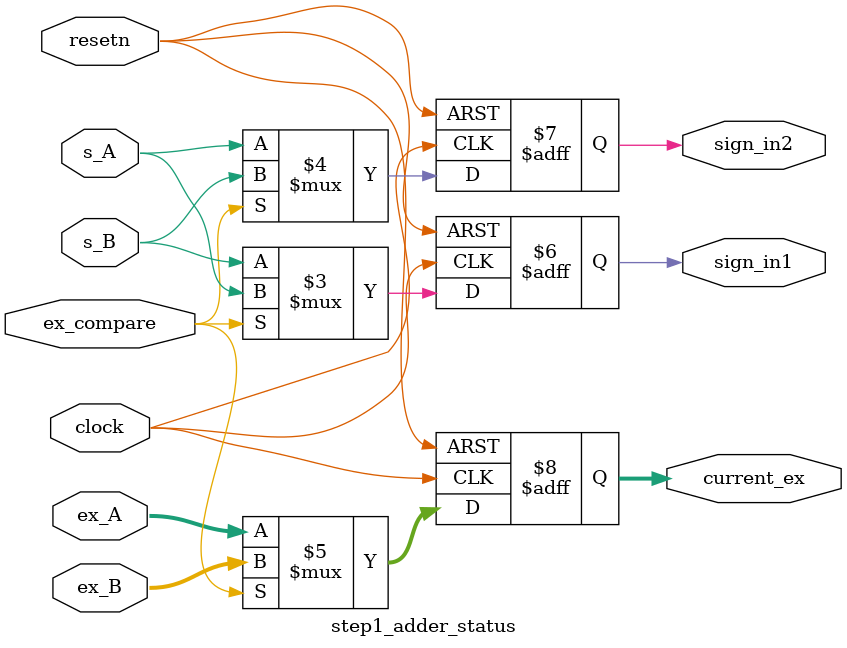
<source format=v>
`timescale 1ns / 1ps
module step1_adder_status(clock, resetn, s_A, s_B, ex_A, ex_B, ex_compare, sign_in1, sign_in2, current_ex);
	input clock, resetn;
	
	input s_A, s_B;
	input [7:0] ex_A, ex_B;
	input ex_compare;
	
	output reg sign_in1, sign_in2;
	output reg [7:0] current_ex;
	
	
	always@(posedge clock, negedge resetn) begin
		if(!resetn) begin
			sign_in1 <=0;
			sign_in2 <=0;
			current_ex <=0;
		end
		else begin	
			sign_in1 <= (ex_compare) ? s_A : s_B;
			sign_in2 <= (ex_compare) ? s_B : s_A;
			current_ex <= (ex_compare) ? ex_B : ex_A;
		end
	end	

endmodule 
</source>
